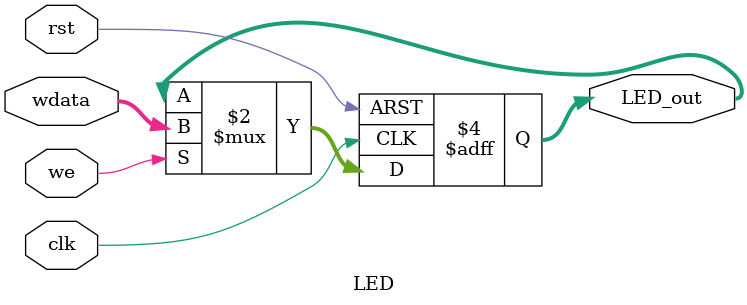
<source format=v>
/*
 * IO-LEDs
 */

module LED (
    input wire rst,
    input wire clk,    
    input wire we,
    input wire [23:0] wdata,
    output reg [23:0] LED_out
);
    always @ (posedge clk or posedge rst) begin 
        if (rst) LED_out <= 24'b0;
        else if (we) LED_out <= wdata; 
    end
endmodule
</source>
